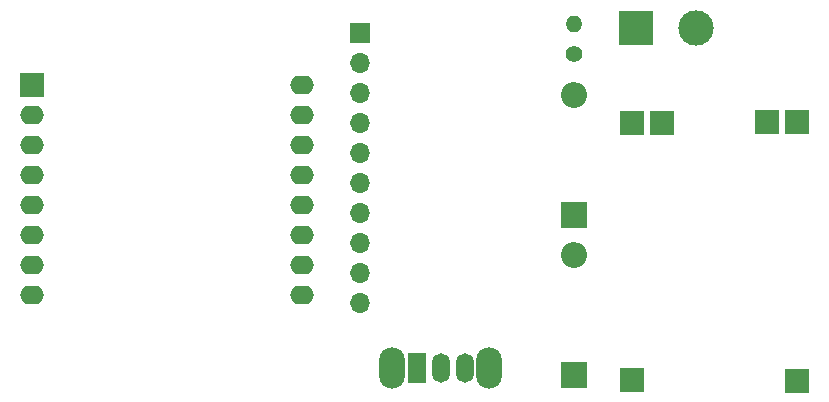
<source format=gbr>
%TF.GenerationSoftware,KiCad,Pcbnew,8.0.0*%
%TF.CreationDate,2024-03-12T15:13:44-04:00*%
%TF.ProjectId,slimevrpcb,736c696d-6576-4727-9063-622e6b696361,rev?*%
%TF.SameCoordinates,Original*%
%TF.FileFunction,Soldermask,Bot*%
%TF.FilePolarity,Negative*%
%FSLAX46Y46*%
G04 Gerber Fmt 4.6, Leading zero omitted, Abs format (unit mm)*
G04 Created by KiCad (PCBNEW 8.0.0) date 2024-03-12 15:13:44*
%MOMM*%
%LPD*%
G01*
G04 APERTURE LIST*
%ADD10R,1.700000X1.700000*%
%ADD11O,1.700000X1.700000*%
%ADD12R,2.200000X2.200000*%
%ADD13O,2.200000X2.200000*%
%ADD14C,1.400000*%
%ADD15O,1.400000X1.400000*%
%ADD16R,3.000000X3.000000*%
%ADD17C,3.000000*%
%ADD18R,2.000000X2.000000*%
%ADD19O,2.000000X1.600000*%
%ADD20O,2.200000X3.500000*%
%ADD21R,1.500000X2.500000*%
%ADD22O,1.500000X2.500000*%
G04 APERTURE END LIST*
D10*
%TO.C,bn0085*%
X135221600Y-86584600D03*
D11*
X135221600Y-89124600D03*
X135221600Y-91664600D03*
X135221600Y-94204600D03*
X135221600Y-96744600D03*
X135221600Y-99284600D03*
X135221600Y-101824600D03*
X135221600Y-104364600D03*
X135221600Y-106904600D03*
X135221600Y-109444600D03*
%TD*%
D12*
%TO.C,D1*%
X153361300Y-101999200D03*
D13*
X153361300Y-91839200D03*
%TD*%
D14*
%TO.C,R1*%
X153361300Y-88359400D03*
D15*
X153361300Y-85819400D03*
%TD*%
D12*
%TO.C,D2*%
X153361300Y-115505500D03*
D13*
X153361300Y-105345500D03*
%TD*%
D16*
%TO.C,BT1*%
X158583600Y-86122500D03*
D17*
X163663600Y-86122500D03*
%TD*%
D18*
%TO.C,D1Mini*%
X107417100Y-91020200D03*
D19*
X107417100Y-93560200D03*
X107417100Y-96100200D03*
X107417100Y-98640200D03*
X107417100Y-101180200D03*
X107417100Y-103720200D03*
X107417100Y-106260200D03*
X107417100Y-108800200D03*
X130277100Y-108800200D03*
X130277100Y-106260200D03*
X130277100Y-103720200D03*
X130277100Y-101180200D03*
X130277100Y-98640200D03*
X130277100Y-96100200D03*
X130277100Y-93560200D03*
X130277100Y-91020200D03*
%TD*%
D20*
%TO.C,SW1*%
X137974100Y-114940400D03*
X146174100Y-114940400D03*
D21*
X140074100Y-114940400D03*
D22*
X142074100Y-114940400D03*
X144074100Y-114940400D03*
%TD*%
D18*
%TO.C,tp4056*%
X158223618Y-94172341D03*
X160763618Y-94172341D03*
X169647538Y-94156019D03*
X172187538Y-94156019D03*
X158223618Y-115968276D03*
X172238501Y-116019239D03*
%TD*%
M02*

</source>
